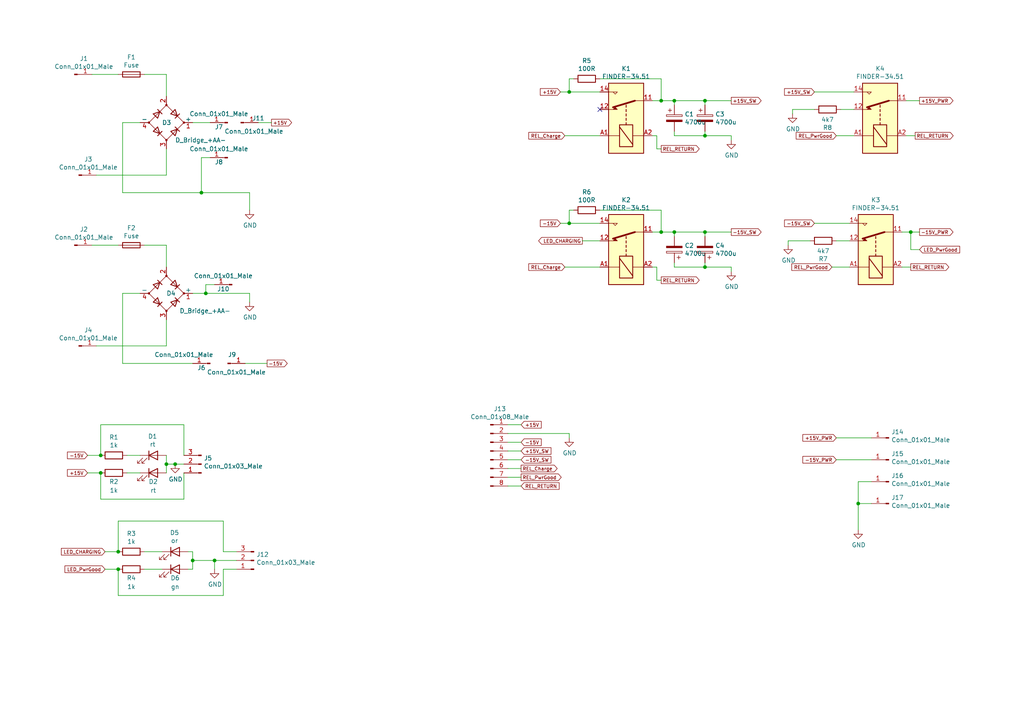
<source format=kicad_sch>
(kicad_sch (version 20211123) (generator eeschema)
  (paper "A4")
  (title_block (title "moPsy Rectifier and Capacitor Control "))
  (lib_symbols
    (symbol "Connector:Conn_01x01_Male" (pin_names (offset 1.016) hide)
      (property "Reference" "J" (at 0 2.54 0))
      (property "Value" "Conn_01x01_Male" (at 0 -2.54 0))
      (symbol "Conn_01x01_Male_1_1"
        (polyline (pts (xy 1.27 0) (xy 0.8636 0)) (stroke (width 0.1524)))
        (rectangle (start 0.8636 0.127) (end 0 -0.127) (stroke (width 0.1524)) (fill (type outline)))
        (pin passive line (at 5.08 0 180) (length 3.81) (name "Pin_1") (number "1"))
      )
    )
    (symbol "Connector:Conn_01x03_Male" (pin_names (offset 1.016) hide)
      (property "Reference" "J" (at 0 5.08 0))
      (property "Value" "Conn_01x03_Male" (at 0 -5.08 0))
      (symbol "Conn_01x03_Male_1_1"
        (polyline (pts (xy 1.27 -2.54) (xy 0.8636 -2.54)) (stroke (width 0.1524)))
        (polyline (pts (xy 1.27 0) (xy 0.8636 0)) (stroke (width 0.1524)))
        (polyline (pts (xy 1.27 2.54) (xy 0.8636 2.54)) (stroke (width 0.1524)))
        (rectangle (start 0.8636 -2.413) (end 0 -2.667) (stroke (width 0.1524)) (fill (type outline)))
        (rectangle (start 0.8636 0.127) (end 0 -0.127) (stroke (width 0.1524)) (fill (type outline)))
        (rectangle (start 0.8636 2.667) (end 0 2.413) (stroke (width 0.1524)) (fill (type outline)))
        (pin passive line (at 5.08 2.54 180) (length 3.81) (name "Pin_1") (number "1"))
        (pin passive line (at 5.08 0 180) (length 3.81) (name "Pin_2") (number "2"))
        (pin passive line (at 5.08 -2.54 180) (length 3.81) (name "Pin_3") (number "3"))
      )
    )
    (symbol "Connector:Conn_01x08_Male" (pin_names (offset 1.016) hide)
      (property "Reference" "J" (at 0 10.16 0))
      (property "Value" "Conn_01x08_Male" (at 0 -12.7 0))
      (symbol "Conn_01x08_Male_1_1"
        (polyline (pts (xy 1.27 -10.16) (xy 0.8636 -10.16)) (stroke (width 0.1524)))
        (polyline (pts (xy 1.27 -7.62) (xy 0.8636 -7.62)) (stroke (width 0.1524)))
        (polyline (pts (xy 1.27 -5.08) (xy 0.8636 -5.08)) (stroke (width 0.1524)))
        (polyline (pts (xy 1.27 -2.54) (xy 0.8636 -2.54)) (stroke (width 0.1524)))
        (polyline (pts (xy 1.27 0) (xy 0.8636 0)) (stroke (width 0.1524)))
        (polyline (pts (xy 1.27 2.54) (xy 0.8636 2.54)) (stroke (width 0.1524)))
        (polyline (pts (xy 1.27 5.08) (xy 0.8636 5.08)) (stroke (width 0.1524)))
        (polyline (pts (xy 1.27 7.62) (xy 0.8636 7.62)) (stroke (width 0.1524)))
        (rectangle (start 0.8636 -10.033) (end 0 -10.287) (stroke (width 0.1524)) (fill (type outline)))
        (rectangle (start 0.8636 -7.493) (end 0 -7.747) (stroke (width 0.1524)) (fill (type outline)))
        (rectangle (start 0.8636 -4.953) (end 0 -5.207) (stroke (width 0.1524)) (fill (type outline)))
        (rectangle (start 0.8636 -2.413) (end 0 -2.667) (stroke (width 0.1524)) (fill (type outline)))
        (rectangle (start 0.8636 0.127) (end 0 -0.127) (stroke (width 0.1524)) (fill (type outline)))
        (rectangle (start 0.8636 2.667) (end 0 2.413) (stroke (width 0.1524)) (fill (type outline)))
        (rectangle (start 0.8636 5.207) (end 0 4.953) (stroke (width 0.1524)) (fill (type outline)))
        (rectangle (start 0.8636 7.747) (end 0 7.493) (stroke (width 0.1524)) (fill (type outline)))
        (pin passive line (at 5.08 7.62 180) (length 3.81) (name "Pin_1") (number "1"))
        (pin passive line (at 5.08 5.08 180) (length 3.81) (name "Pin_2") (number "2"))
        (pin passive line (at 5.08 2.54 180) (length 3.81) (name "Pin_3") (number "3"))
        (pin passive line (at 5.08 0 180) (length 3.81) (name "Pin_4") (number "4"))
        (pin passive line (at 5.08 -2.54 180) (length 3.81) (name "Pin_5") (number "5"))
        (pin passive line (at 5.08 -5.08 180) (length 3.81) (name "Pin_6") (number "6"))
        (pin passive line (at 5.08 -7.62 180) (length 3.81) (name "Pin_7") (number "7"))
        (pin passive line (at 5.08 -10.16 180) (length 3.81) (name "Pin_8") (number "8"))
      )
    )
    (symbol "Device:CP" (pin_numbers hide) (pin_names (offset 0.254))
      (property "Reference" "C" (at 0.635 2.54 0))
      (property "Value" "Device_CP" (at 0.635 -2.54 0))
      (symbol "CP_0_1"
        (rectangle (start -2.286 0.508) (end 2.286 1.016))
        (polyline (pts (xy -1.778 2.286) (xy -0.762 2.286)))
        (polyline (pts (xy -1.27 2.794) (xy -1.27 1.778)))
        (rectangle (start 2.286 -0.508) (end -2.286 -1.016) (fill (type outline)))
      )
      (symbol "CP_1_1"
        (pin passive line (at 0 3.81 270) (length 2.794) (name "~") (number "1"))
        (pin passive line (at 0 -3.81 90) (length 2.794) (name "~") (number "2"))
      )
    )
    (symbol "Device:D_Bridge_+AA-" (pin_names (offset 0))
      (property "Reference" "D" (at 2.54 6.985 0))
      (property "Value" "D_Bridge_+AA-" (at 2.54 5.08 0))
      (symbol "D_Bridge_+AA-_0_1"
        (circle (center -5.08 0) (radius 0.254) (fill (type outline)))
        (circle (center 0 -5.08) (radius 0.254) (fill (type outline)))
        (polyline (pts (xy -2.54 3.81) (xy -1.27 2.54)) (stroke (width 0.254)))
        (polyline (pts (xy -1.27 -2.54) (xy -2.54 -3.81)) (stroke (width 0.254)))
        (polyline (pts (xy 2.54 -1.27) (xy 3.81 -2.54)) (stroke (width 0.254)))
        (polyline (pts (xy 2.54 1.27) (xy 3.81 2.54)) (stroke (width 0.254)))
        (polyline (pts (xy -3.81 2.54) (xy -2.54 1.27) (xy -1.905 3.175) (xy -3.81 2.54)) (stroke (width 0.254)))
        (polyline (pts (xy -2.54 -1.27) (xy -3.81 -2.54) (xy -1.905 -3.175) (xy -2.54 -1.27)) (stroke (width 0.254)))
        (polyline (pts (xy 1.27 2.54) (xy 2.54 3.81) (xy 3.175 1.905) (xy 1.27 2.54)) (stroke (width 0.254)))
        (polyline (pts (xy 3.175 -1.905) (xy 1.27 -2.54) (xy 2.54 -3.81) (xy 3.175 -1.905)) (stroke (width 0.254)))
        (polyline (pts (xy -5.08 0) (xy 0 -5.08) (xy 5.08 0) (xy 0 5.08) (xy -5.08 0)))
        (circle (center 0 5.08) (radius 0.254) (fill (type outline)))
        (circle (center 5.08 0) (radius 0.254) (fill (type outline)))
      )
      (symbol "D_Bridge_+AA-_1_1"
        (pin passive line (at 7.62 0 180) (length 2.54) (name "+") (number "1"))
        (pin passive line (at 0 7.62 270) (length 2.54) (name "~") (number "2"))
        (pin passive line (at 0 -7.62 90) (length 2.54) (name "~") (number "3"))
        (pin passive line (at -7.62 0 0) (length 2.54) (name "-") (number "4"))
      )
    )
    (symbol "Device:Fuse" (pin_numbers hide) (pin_names (offset 0))
      (property "Reference" "F" (at 2.032 0 90))
      (property "Value" "Fuse" (at -1.905 0 90))
      (symbol "Fuse_0_1"
        (rectangle (start -0.762 -2.54) (end 0.762 2.54) (stroke (width 0.254)))
        (polyline (pts (xy 0 2.54) (xy 0 -2.54)))
      )
      (symbol "Fuse_1_1"
        (pin passive line (at 0 3.81 270) (length 1.27) (name "~") (number "1"))
        (pin passive line (at 0 -3.81 90) (length 1.27) (name "~") (number "2"))
      )
    )
    (symbol "Device:LED" (pin_numbers hide) (pin_names (offset 1.016) hide)
      (property "Reference" "D" (at 0 2.54 0))
      (property "Value" "LED" (at 0 -2.54 0))
      (symbol "LED_0_1"
        (polyline (pts (xy -1.27 -1.27) (xy -1.27 1.27)) (stroke (width 0.254)))
        (polyline (pts (xy -1.27 0) (xy 1.27 0)))
        (polyline (pts (xy 1.27 -1.27) (xy 1.27 1.27) (xy -1.27 0) (xy 1.27 -1.27)) (stroke (width 0.254)))
        (polyline (pts (xy -3.048 -0.762) (xy -4.572 -2.286) (xy -3.81 -2.286) (xy -4.572 -2.286) (xy -4.572 -1.524)))
        (polyline (pts (xy -1.778 -0.762) (xy -3.302 -2.286) (xy -2.54 -2.286) (xy -3.302 -2.286) (xy -3.302 -1.524)))
      )
      (symbol "LED_1_1"
        (pin passive line (at -3.81 0 0) (length 2.54) (name "K") (number "1"))
        (pin passive line (at 3.81 0 180) (length 2.54) (name "A") (number "2"))
      )
    )
    (symbol "Device:R" (pin_numbers hide) (pin_names (offset 0))
      (property "Reference" "R" (at 2.032 0 90))
      (property "Value" "R" (at 0 0 90))
      (symbol "R_0_1"
        (rectangle (start -1.016 -2.54) (end 1.016 2.54) (stroke (width 0.254)))
      )
      (symbol "R_1_1"
        (pin passive line (at 0 3.81 270) (length 1.27) (name "~") (number "1"))
        (pin passive line (at 0 -3.81 90) (length 1.27) (name "~") (number "2"))
      )
    )
    (symbol "Relay:FINDER-34.51"
      (property "Reference" "K" (at 11.43 3.81 0))
      (property "Value" "FINDER-34.51" (at 11.43 1.27 0))
      (symbol "FINDER-34.51_0_0"
        (polyline (pts (xy 7.62 5.08) (xy 7.62 2.54) (xy 6.985 3.175) (xy 7.62 3.81)))
      )
      (symbol "FINDER-34.51_0_1"
        (rectangle (start -10.16 5.08) (end 10.16 -5.08) (stroke (width 0.254)) (fill (type background)))
        (rectangle (start -8.255 1.905) (end -1.905 -1.905) (stroke (width 0.254)))
        (polyline (pts (xy -7.62 -1.905) (xy -2.54 1.905)) (stroke (width 0.254)))
        (polyline (pts (xy -5.08 -5.08) (xy -5.08 -1.905)))
        (polyline (pts (xy -5.08 5.08) (xy -5.08 1.905)))
        (polyline (pts (xy -1.905 0) (xy -1.27 0)) (stroke (width 0.254)))
        (polyline (pts (xy -0.635 0) (xy 0 0)) (stroke (width 0.254)))
        (polyline (pts (xy 0.635 0) (xy 1.27 0)) (stroke (width 0.254)))
        (polyline (pts (xy 1.905 0) (xy 2.54 0)) (stroke (width 0.254)))
        (polyline (pts (xy 3.175 0) (xy 3.81 0)) (stroke (width 0.254)))
        (polyline (pts (xy 5.08 -2.54) (xy 3.175 3.81)) (stroke (width 0.508)))
        (polyline (pts (xy 5.08 -2.54) (xy 5.08 -5.08)))
        (polyline (pts (xy 2.54 5.08) (xy 2.54 2.54) (xy 3.175 3.175) (xy 2.54 3.81)) (fill (type outline)))
      )
      (symbol "FINDER-34.51_1_1"
        (pin passive line (at 5.08 -7.62 90) (length 2.54) (name "~") (number "11"))
        (pin passive line (at 2.54 7.62 270) (length 2.54) (name "~") (number "12"))
        (pin passive line (at 7.62 7.62 270) (length 2.54) (name "~") (number "14"))
        (pin passive line (at -5.08 7.62 270) (length 2.54) (name "~") (number "A1"))
        (pin passive line (at -5.08 -7.62 90) (length 2.54) (name "~") (number "A2"))
      )
    )
    (symbol "power:GND" (power) (pin_names (offset 0))
      (property "Value" "GND" (at 0 -3.81 0))
      (symbol "GND_0_1"
        (polyline (pts (xy 0 0) (xy 0 -1.27) (xy 1.27 -1.27) (xy 0 -2.54) (xy -1.27 -1.27) (xy 0 -1.27)))
      )
      (symbol "GND_1_1"
        (pin power_in line (at 0 0 270) (length 0) hide (name "GND") (number "1"))
      )
    )
  )
  (junction (at 48.26 134.62))
  (junction (at 248.92 146.05))
  (junction (at 204.47 67.31))
  (junction (at 55.88 162.56))
  (junction (at 195.58 29.21))
  (junction (at 58.42 55.88))
  (junction (at 204.47 39.37))
  (junction (at 204.47 77.47))
  (junction (at 264.16 67.31))
  (junction (at 165.1 26.67))
  (junction (at 62.23 162.56))
  (junction (at 34.29 160.02))
  (junction (at 29.21 137.16))
  (junction (at 29.21 132.08))
  (junction (at 50.8 134.62))
  (junction (at 165.1 64.77))
  (junction (at 59.69 85.09))
  (junction (at 204.47 29.21))
  (junction (at 195.58 67.31))
  (junction (at 191.77 67.31))
  (junction (at 191.77 29.21))
  (junction (at 34.29 165.1))
  (no_connect (at 173.99 31.75))
  (wire (pts (xy 151.13 138.43) (xy 147.32 138.43)))
  (wire (pts (xy 29.21 144.78) (xy 53.34 144.78)))
  (wire (pts (xy 25.4 137.16) (xy 29.21 137.16)))
  (wire (pts (xy 29.21 137.16) (xy 29.21 144.78)))
  (wire (pts (xy 191.77 67.31) (xy 195.58 67.31)))
  (wire (pts (xy 189.23 29.21) (xy 191.77 29.21)))
  (wire (pts (xy 53.34 123.19) (xy 29.21 123.19)))
  (wire (pts (xy 173.99 22.86) (xy 191.77 22.86)))
  (wire (pts (xy 68.58 165.1) (xy 64.77 165.1)))
  (wire (pts (xy 77.47 105.41) (xy 71.12 105.41)))
  (wire (pts (xy 48.26 134.62) (xy 48.26 137.16)))
  (wire (pts (xy 246.38 69.85) (xy 242.57 69.85)))
  (wire (pts (xy 35.56 85.09) (xy 35.56 105.41)))
  (wire (pts (xy 34.29 172.72) (xy 64.77 172.72)))
  (wire (pts (xy 195.58 30.48) (xy 195.58 29.21)))
  (wire (pts (xy 195.58 67.31) (xy 204.47 67.31)))
  (wire (pts (xy 195.58 76.2) (xy 195.58 77.47)))
  (wire (pts (xy 204.47 67.31) (xy 212.09 67.31)))
  (wire (pts (xy 242.57 133.35) (xy 252.73 133.35)))
  (wire (pts (xy 34.29 21.59) (xy 26.67 21.59)))
  (wire (pts (xy 204.47 29.21) (xy 204.47 30.48)))
  (wire (pts (xy 264.16 72.39) (xy 264.16 67.31)))
  (wire (pts (xy 53.34 144.78) (xy 53.34 137.16)))
  (wire (pts (xy 41.91 160.02) (xy 46.99 160.02)))
  (wire (pts (xy 190.5 43.18) (xy 191.77 43.18)))
  (wire (pts (xy 48.26 50.8) (xy 48.26 43.18)))
  (wire (pts (xy 190.5 77.47) (xy 190.5 81.28)))
  (wire (pts (xy 25.4 132.08) (xy 29.21 132.08)))
  (wire (pts (xy 162.56 64.77) (xy 165.1 64.77)))
  (wire (pts (xy 58.42 45.72) (xy 60.96 45.72)))
  (wire (pts (xy 204.47 76.2) (xy 204.47 77.47)))
  (wire (pts (xy 147.32 125.73) (xy 165.1 125.73)))
  (wire (pts (xy 34.29 160.02) (xy 34.29 151.13)))
  (wire (pts (xy 72.39 55.88) (xy 58.42 55.88)))
  (wire (pts (xy 248.92 146.05) (xy 252.73 146.05)))
  (wire (pts (xy 48.26 132.08) (xy 48.26 134.62)))
  (wire (pts (xy 261.62 67.31) (xy 264.16 67.31)))
  (wire (pts (xy 165.1 64.77) (xy 173.99 64.77)))
  (wire (pts (xy 151.13 133.35) (xy 147.32 133.35)))
  (wire (pts (xy 247.65 31.75) (xy 243.84 31.75)))
  (wire (pts (xy 58.42 55.88) (xy 58.42 45.72)))
  (wire (pts (xy 34.29 151.13) (xy 64.77 151.13)))
  (wire (pts (xy 53.34 132.08) (xy 53.34 123.19)))
  (wire (pts (xy 242.57 127) (xy 252.73 127)))
  (wire (pts (xy 191.77 22.86) (xy 191.77 29.21)))
  (wire (pts (xy 228.6 69.85) (xy 228.6 71.12)))
  (wire (pts (xy 55.88 85.09) (xy 59.69 85.09)))
  (wire (pts (xy 173.99 69.85) (xy 168.91 69.85)))
  (wire (pts (xy 72.39 55.88) (xy 72.39 60.96)))
  (wire (pts (xy 165.1 26.67) (xy 173.99 26.67)))
  (wire (pts (xy 264.16 77.47) (xy 261.62 77.47)))
  (wire (pts (xy 195.58 77.47) (xy 204.47 77.47)))
  (wire (pts (xy 265.43 39.37) (xy 262.89 39.37)))
  (wire (pts (xy 236.22 64.77) (xy 246.38 64.77)))
  (wire (pts (xy 189.23 67.31) (xy 191.77 67.31)))
  (wire (pts (xy 191.77 29.21) (xy 195.58 29.21)))
  (wire (pts (xy 30.48 160.02) (xy 34.29 160.02)))
  (wire (pts (xy 248.92 139.7) (xy 248.92 146.05)))
  (wire (pts (xy 241.3 77.47) (xy 246.38 77.47)))
  (wire (pts (xy 173.99 60.96) (xy 191.77 60.96)))
  (wire (pts (xy 234.95 69.85) (xy 228.6 69.85)))
  (wire (pts (xy 165.1 64.77) (xy 165.1 60.96)))
  (wire (pts (xy 40.64 35.56) (xy 35.56 35.56)))
  (wire (pts (xy 242.57 39.37) (xy 247.65 39.37)))
  (wire (pts (xy 195.58 68.58) (xy 195.58 67.31)))
  (wire (pts (xy 48.26 100.33) (xy 27.94 100.33)))
  (wire (pts (xy 165.1 26.67) (xy 165.1 22.86)))
  (wire (pts (xy 48.26 71.12) (xy 41.91 71.12)))
  (wire (pts (xy 48.26 21.59) (xy 48.26 27.94)))
  (wire (pts (xy 74.93 35.56) (xy 78.74 35.56)))
  (wire (pts (xy 248.92 146.05) (xy 248.92 153.67)))
  (wire (pts (xy 229.87 31.75) (xy 229.87 33.02)))
  (wire (pts (xy 189.23 39.37) (xy 190.5 39.37)))
  (wire (pts (xy 204.47 29.21) (xy 212.09 29.21)))
  (wire (pts (xy 147.32 130.81) (xy 151.13 130.81)))
  (wire (pts (xy 55.88 160.02) (xy 55.88 162.56)))
  (wire (pts (xy 163.83 77.47) (xy 173.99 77.47)))
  (wire (pts (xy 204.47 39.37) (xy 212.09 39.37)))
  (wire (pts (xy 191.77 60.96) (xy 191.77 67.31)))
  (wire (pts (xy 147.32 135.89) (xy 151.13 135.89)))
  (wire (pts (xy 72.39 85.09) (xy 72.39 87.63)))
  (wire (pts (xy 34.29 165.1) (xy 34.29 172.72)))
  (wire (pts (xy 68.58 162.56) (xy 62.23 162.56)))
  (wire (pts (xy 195.58 39.37) (xy 204.47 39.37)))
  (wire (pts (xy 195.58 29.21) (xy 204.47 29.21)))
  (wire (pts (xy 48.26 100.33) (xy 48.26 92.71)))
  (wire (pts (xy 190.5 39.37) (xy 190.5 43.18)))
  (wire (pts (xy 189.23 77.47) (xy 190.5 77.47)))
  (wire (pts (xy 48.26 71.12) (xy 48.26 77.47)))
  (wire (pts (xy 54.61 165.1) (xy 55.88 165.1)))
  (wire (pts (xy 29.21 132.08) (xy 29.21 123.19)))
  (wire (pts (xy 48.26 21.59) (xy 41.91 21.59)))
  (wire (pts (xy 264.16 67.31) (xy 266.7 67.31)))
  (wire (pts (xy 165.1 60.96) (xy 166.37 60.96)))
  (wire (pts (xy 248.92 139.7) (xy 252.73 139.7)))
  (wire (pts (xy 64.77 160.02) (xy 68.58 160.02)))
  (wire (pts (xy 50.8 134.62) (xy 48.26 134.62)))
  (wire (pts (xy 204.47 67.31) (xy 204.47 68.58)))
  (wire (pts (xy 64.77 151.13) (xy 64.77 160.02)))
  (wire (pts (xy 262.89 29.21) (xy 266.7 29.21)))
  (wire (pts (xy 147.32 123.19) (xy 151.13 123.19)))
  (wire (pts (xy 40.64 85.09) (xy 35.56 85.09)))
  (wire (pts (xy 190.5 81.28) (xy 191.77 81.28)))
  (wire (pts (xy 147.32 128.27) (xy 151.13 128.27)))
  (wire (pts (xy 36.83 132.08) (xy 40.64 132.08)))
  (wire (pts (xy 236.22 26.67) (xy 247.65 26.67)))
  (wire (pts (xy 195.58 38.1) (xy 195.58 39.37)))
  (wire (pts (xy 59.69 85.09) (xy 72.39 85.09)))
  (wire (pts (xy 204.47 77.47) (xy 212.09 77.47)))
  (wire (pts (xy 147.32 140.97) (xy 151.13 140.97)))
  (wire (pts (xy 59.69 82.55) (xy 62.23 82.55)))
  (wire (pts (xy 59.69 85.09) (xy 59.69 82.55)))
  (wire (pts (xy 54.61 160.02) (xy 55.88 160.02)))
  (wire (pts (xy 204.47 38.1) (xy 204.47 39.37)))
  (wire (pts (xy 162.56 26.67) (xy 165.1 26.67)))
  (wire (pts (xy 55.88 35.56) (xy 60.96 35.56)))
  (wire (pts (xy 53.34 134.62) (xy 50.8 134.62)))
  (wire (pts (xy 165.1 22.86) (xy 166.37 22.86)))
  (wire (pts (xy 64.77 165.1) (xy 64.77 172.72)))
  (wire (pts (xy 55.88 162.56) (xy 62.23 162.56)))
  (wire (pts (xy 212.09 39.37) (xy 212.09 40.64)))
  (wire (pts (xy 62.23 162.56) (xy 62.23 165.1)))
  (wire (pts (xy 30.48 165.1) (xy 34.29 165.1)))
  (wire (pts (xy 266.7 72.39) (xy 264.16 72.39)))
  (wire (pts (xy 48.26 50.8) (xy 27.94 50.8)))
  (wire (pts (xy 165.1 125.73) (xy 165.1 127)))
  (wire (pts (xy 163.83 39.37) (xy 173.99 39.37)))
  (wire (pts (xy 35.56 35.56) (xy 35.56 55.88)))
  (wire (pts (xy 212.09 77.47) (xy 212.09 78.74)))
  (wire (pts (xy 236.22 31.75) (xy 229.87 31.75)))
  (wire (pts (xy 55.88 105.41) (xy 35.56 105.41)))
  (wire (pts (xy 55.88 165.1) (xy 55.88 162.56)))
  (wire (pts (xy 36.83 137.16) (xy 40.64 137.16)))
  (wire (pts (xy 34.29 71.12) (xy 26.67 71.12)))
  (wire (pts (xy 58.42 55.88) (xy 35.56 55.88)))
  (wire (pts (xy 41.91 165.1) (xy 46.99 165.1)))
  (global_label "+15V_SW" (shape output) (at 212.09 29.21 0) (effects (font (size 0.9906 0.9906))) (property "Intersheet References" "${INTERSHEET_REFS}" (effects hide)))
  (global_label "LED_CHARGING" (shape output) (at 168.91 69.85 180) (effects (font (size 0.9906 0.9906))) (property "Intersheet References" "${INTERSHEET_REFS}" (effects hide)))
  (global_label "LED_PwrGood" (shape input) (at 266.7 72.39 0) (effects (font (size 0.9906 0.9906))) (property "Intersheet References" "${INTERSHEET_REFS}" (effects hide)))
  (global_label "-15V" (shape input) (at 162.56 64.77 180) (effects (font (size 0.9906 0.9906))) (property "Intersheet References" "${INTERSHEET_REFS}" (effects hide)))
  (global_label "REL_RETURN" (shape input) (at 151.13 140.97 0) (effects (font (size 0.9906 0.9906))) (property "Intersheet References" "${INTERSHEET_REFS}" (effects hide)))
  (global_label "+15V" (shape output) (at 78.74 35.56 0) (effects (font (size 0.9906 0.9906))) (property "Intersheet References" "${INTERSHEET_REFS}" (effects hide)))
  (global_label "REL_RETURN" (shape output) (at 264.16 77.47 0) (effects (font (size 0.9906 0.9906))) (property "Intersheet References" "${INTERSHEET_REFS}" (effects hide)))
  (global_label "REL_RETURN" (shape output) (at 265.43 39.37 0) (effects (font (size 0.9906 0.9906))) (property "Intersheet References" "${INTERSHEET_REFS}" (effects hide)))
  (global_label "-15V" (shape input) (at 151.13 128.27 0) (effects (font (size 0.9906 0.9906))) (property "Intersheet References" "${INTERSHEET_REFS}" (effects hide)))
  (global_label "REL_PwrGood" (shape output) (at 151.13 138.43 0) (effects (font (size 0.9906 0.9906))) (property "Intersheet References" "${INTERSHEET_REFS}" (effects hide)))
  (global_label "REL_PwrGood" (shape input) (at 241.3 77.47 180) (effects (font (size 0.9906 0.9906))) (property "Intersheet References" "${INTERSHEET_REFS}" (effects hide)))
  (global_label "REL_RETURN" (shape output) (at 191.77 43.18 0) (effects (font (size 0.9906 0.9906))) (property "Intersheet References" "${INTERSHEET_REFS}" (effects hide)))
  (global_label "REL_RETURN" (shape output) (at 191.77 81.28 0) (effects (font (size 0.9906 0.9906))) (property "Intersheet References" "${INTERSHEET_REFS}" (effects hide)))
  (global_label "+15V_PWR" (shape output) (at 266.7 29.21 0) (effects (font (size 0.9906 0.9906))) (property "Intersheet References" "${INTERSHEET_REFS}" (effects hide)))
  (global_label "-15V_SW" (shape input) (at 236.22 64.77 180) (effects (font (size 0.9906 0.9906))) (property "Intersheet References" "${INTERSHEET_REFS}" (effects hide)))
  (global_label "+15V" (shape input) (at 25.4 137.16 180) (effects (font (size 0.9906 0.9906))) (property "Intersheet References" "${INTERSHEET_REFS}" (effects hide)))
  (global_label "REL_Charge" (shape input) (at 163.83 39.37 180) (effects (font (size 0.9906 0.9906))) (property "Intersheet References" "${INTERSHEET_REFS}" (effects hide)))
  (global_label "-15V_SW" (shape input) (at 151.13 133.35 0) (effects (font (size 0.9906 0.9906))) (property "Intersheet References" "${INTERSHEET_REFS}" (effects hide)))
  (global_label "+15V_SW" (shape input) (at 236.22 26.67 180) (effects (font (size 0.9906 0.9906))) (property "Intersheet References" "${INTERSHEET_REFS}" (effects hide)))
  (global_label "REL_PwrGood" (shape input) (at 242.57 39.37 180) (effects (font (size 0.9906 0.9906))) (property "Intersheet References" "${INTERSHEET_REFS}" (effects hide)))
  (global_label "REL_Charge" (shape input) (at 163.83 77.47 180) (effects (font (size 0.9906 0.9906))) (property "Intersheet References" "${INTERSHEET_REFS}" (effects hide)))
  (global_label "LED_CHARGING" (shape input) (at 30.48 160.02 180) (effects (font (size 0.9906 0.9906))) (property "Intersheet References" "${INTERSHEET_REFS}" (effects hide)))
  (global_label "-15V" (shape output) (at 77.47 105.41 0) (effects (font (size 0.9906 0.9906))) (property "Intersheet References" "${INTERSHEET_REFS}" (effects hide)))
  (global_label "LED_PwrGood" (shape input) (at 30.48 165.1 180) (effects (font (size 0.9906 0.9906))) (property "Intersheet References" "${INTERSHEET_REFS}" (effects hide)))
  (global_label "-15V" (shape input) (at 25.4 132.08 180) (effects (font (size 0.9906 0.9906))) (property "Intersheet References" "${INTERSHEET_REFS}" (effects hide)))
  (global_label "+15V_PWR" (shape input) (at 242.57 127 180) (effects (font (size 0.9906 0.9906))) (property "Intersheet References" "${INTERSHEET_REFS}" (effects hide)))
  (global_label "-15V_PWR" (shape input) (at 242.57 133.35 180) (effects (font (size 0.9906 0.9906))) (property "Intersheet References" "${INTERSHEET_REFS}" (effects hide)))
  (global_label "+15V" (shape input) (at 162.56 26.67 180) (effects (font (size 0.9906 0.9906))) (property "Intersheet References" "${INTERSHEET_REFS}" (effects hide)))
  (global_label "-15V_PWR" (shape output) (at 266.7 67.31 0) (effects (font (size 0.9906 0.9906))) (property "Intersheet References" "${INTERSHEET_REFS}" (effects hide)))
  (global_label "REL_Charge" (shape output) (at 151.13 135.89 0) (effects (font (size 0.9906 0.9906))) (property "Intersheet References" "${INTERSHEET_REFS}" (effects hide)))
  (global_label "+15V" (shape input) (at 151.13 123.19 0) (effects (font (size 0.9906 0.9906))) (property "Intersheet References" "${INTERSHEET_REFS}" (effects hide)))
  (global_label "+15V_SW" (shape input) (at 151.13 130.81 0) (effects (font (size 0.9906 0.9906))) (property "Intersheet References" "${INTERSHEET_REFS}" (effects hide)))
  (global_label "-15V_SW" (shape output) (at 212.09 67.31 0) (effects (font (size 0.9906 0.9906))) (property "Intersheet References" "${INTERSHEET_REFS}" (effects hide)))
  (symbol (lib_id "Device:D_Bridge_+AA-") (at 48.26 35.56 0) (unit 1)
    (property "Reference" "D3" (at 46.99 35.56 0) (effects (justify left)))
    (property "Value" "D_Bridge_+AA-" (at 50.8 40.64 0) (effects (justify left)))
    (property "Footprint" "Diode_THT:Diode_Bridge_32.0x5.6x17.0mm_P10.0mm_P7.5mm" (effects hide))
  )
  (symbol (lib_id "Connector:Conn_01x01_Male") (at 21.59 21.59 0) (unit 1)
    (property "Reference" "J1" (at 24.3332 16.9926 0))
    (property "Value" "Conn_01x01_Male" (at 24.3332 19.304 0))
    (property "Footprint" "moPsy:Connector FS-P475" (effects hide))
  )
  (symbol (lib_id "Connector:Conn_01x01_Male") (at 22.86 50.8 0) (unit 1)
    (property "Reference" "J3" (at 25.6032 46.2026 0))
    (property "Value" "Conn_01x01_Male" (at 25.6032 48.514 0))
    (property "Footprint" "moPsy:Connector FS-P475" (effects hide))
  )
  (symbol (lib_id "Connector:Conn_01x01_Male") (at 257.81 127 180) (unit 1)
    (property "Reference" "J14" (at 258.5212 125.2728 0) (effects (justify right)))
    (property "Value" "Conn_01x01_Male" (at 258.5212 127.5842 0) (effects (justify right)))
    (property "Footprint" "moPsy:Connector FS-P475" (effects hide))
  )
  (symbol (lib_id "Connector:Conn_01x01_Male") (at 257.81 133.35 180) (unit 1)
    (property "Reference" "J15" (at 258.5212 131.6228 0) (effects (justify right)))
    (property "Value" "Conn_01x01_Male" (at 258.5212 133.9342 0) (effects (justify right)))
    (property "Footprint" "moPsy:Connector FS-P475" (effects hide))
  )
  (symbol (lib_id "power:GND") (at 72.39 60.96 0) (unit 1)
    (property "Reference" "#PWR0108" (effects hide))
    (property "Value" "GND" (at 72.517 65.3542 0))
  )
  (symbol (lib_id "Device:Fuse") (at 38.1 21.59 270) (unit 1)
    (property "Reference" "F1" (at 38.1 16.5862 90))
    (property "Value" "Fuse" (at 38.1 18.8976 90))
    (property "Footprint" "Fuse:Fuseholder_Cylinder-5x20mm_Stelvio-Kontek_PTF78_Horizontal_Open" (effects hide))
    (property "REICHELT" "PL 112000" (effects hide))
  )
  (symbol (lib_id "Device:D_Bridge_+AA-") (at 48.26 85.09 0) (unit 1)
    (property "Reference" "D4" (at 48.26 85.09 0) (effects (justify left)))
    (property "Value" "D_Bridge_+AA-" (at 52.07 90.17 0) (effects (justify left)))
    (property "Footprint" "Diode_THT:Diode_Bridge_32.0x5.6x17.0mm_P10.0mm_P7.5mm" (effects hide))
  )
  (symbol (lib_id "Connector:Conn_01x01_Male") (at 21.59 71.12 0) (unit 1)
    (property "Reference" "J2" (at 24.3332 66.5226 0))
    (property "Value" "Conn_01x01_Male" (at 24.3332 68.834 0))
    (property "Footprint" "moPsy:Connector FS-P475" (effects hide))
  )
  (symbol (lib_id "Connector:Conn_01x01_Male") (at 22.86 100.33 0) (unit 1)
    (property "Reference" "J4" (at 25.6032 95.7326 0))
    (property "Value" "Conn_01x01_Male" (at 25.6032 98.044 0))
    (property "Footprint" "moPsy:Connector FS-P475" (effects hide))
  )
  (symbol (lib_id "Device:Fuse") (at 38.1 71.12 270) (unit 1)
    (property "Reference" "F2" (at 38.1 66.1162 90))
    (property "Value" "Fuse" (at 38.1 68.4276 90))
    (property "Footprint" "Fuse:Fuseholder_Cylinder-5x20mm_Stelvio-Kontek_PTF78_Horizontal_Open" (effects hide))
    (property "REICHELT" "PL 112000" (effects hide))
  )
  (symbol (lib_id "power:GND") (at 72.39 87.63 0) (unit 1)
    (property "Reference" "#PWR0109" (effects hide))
    (property "Value" "GND" (at 72.517 92.0242 0))
  )
  (symbol (lib_id "Connector:Conn_01x01_Male") (at 257.81 139.7 180) (unit 1)
    (property "Reference" "J16" (at 258.5212 137.9728 0) (effects (justify right)))
    (property "Value" "Conn_01x01_Male" (at 258.5212 140.2842 0) (effects (justify right)))
    (property "Footprint" "moPsy:Connector FS-P475" (effects hide))
  )
  (symbol (lib_id "Connector:Conn_01x01_Male") (at 257.81 146.05 180) (unit 1)
    (property "Reference" "J17" (at 258.5212 144.3228 0) (effects (justify right)))
    (property "Value" "Conn_01x01_Male" (at 258.5212 146.6342 0) (effects (justify right)))
    (property "Footprint" "moPsy:Connector FS-P475" (effects hide))
  )
  (symbol (lib_id "power:GND") (at 248.92 153.67 0) (unit 1)
    (property "Reference" "#PWR0104" (effects hide))
    (property "Value" "GND" (at 249.047 158.0642 0))
  )
  (symbol (lib_id "Device:R") (at 38.1 160.02 270) (unit 1)
    (property "Reference" "R3" (at 38.1 154.7622 90))
    (property "Value" "1k" (at 38.1 157.0736 90))
    (property "Footprint" "Resistor_THT:R_Axial_DIN0309_L9.0mm_D3.2mm_P12.70mm_Horizontal" (effects hide))
    (property "REICHELT" "ARC ACS5S R80 K" (effects hide))
  )
  (symbol (lib_id "power:GND") (at 62.23 165.1 0) (unit 1)
    (property "Reference" "#PWR0110" (effects hide))
    (property "Value" "GND" (at 62.357 169.4942 0))
  )
  (symbol (lib_id "Relay:FINDER-34.51") (at 254 72.39 90) (unit 1)
    (property "Reference" "K3" (at 254 57.9882 90))
    (property "Value" "FINDER-34.51" (at 254 60.2996 90))
    (property "Footprint" "moPsy:HF41FC" (effects hide))
    (property "Datasheet" "https://gfinder.findernet.com/public/attachments/34/EN/S34USAEN.pdf" (effects hide))
  )
  (symbol (lib_id "Relay:FINDER-34.51") (at 181.61 34.29 90) (unit 1)
    (property "Reference" "K1" (at 181.61 19.8882 90))
    (property "Value" "FINDER-34.51" (at 181.61 22.1996 90))
    (property "Footprint" "moPsy:HF41FC" (effects hide))
    (property "Datasheet" "https://gfinder.findernet.com/public/attachments/34/EN/S34USAEN.pdf" (effects hide))
  )
  (symbol (lib_id "Device:CP") (at 195.58 34.29 0) (unit 1)
    (property "Reference" "C1" (at 198.5772 33.1216 0) (effects (justify left)))
    (property "Value" "4700u" (at 198.5772 35.433 0) (effects (justify left)))
    (property "Footprint" "Capacitor_THT:CP_Radial_D22.0mm_P10.00mm_SnapIn" (effects hide))
  )
  (symbol (lib_id "Device:CP") (at 204.47 34.29 0) (unit 1)
    (property "Reference" "C3" (at 207.4672 33.1216 0) (effects (justify left)))
    (property "Value" "4700u" (at 207.4672 35.433 0) (effects (justify left)))
    (property "Footprint" "Capacitor_THT:CP_Radial_D22.0mm_P10.00mm_SnapIn" (effects hide))
  )
  (symbol (lib_id "power:GND") (at 212.09 40.64 0) (unit 1)
    (property "Reference" "#PWR0103" (effects hide))
    (property "Value" "GND" (at 212.217 45.0342 0))
  )
  (symbol (lib_id "Device:R") (at 170.18 22.86 270) (unit 1)
    (property "Reference" "R5" (at 170.18 17.6022 90))
    (property "Value" "100R" (at 170.18 19.9136 90))
    (property "Footprint" "Resistor_THT:R_Axial_DIN0614_L14.3mm_D5.7mm_P5.08mm_Vertical" (effects hide))
    (property "REICHELT" "VIT CR254R100" (effects hide))
  )
  (symbol (lib_id "Relay:FINDER-34.51") (at 181.61 72.39 90) (unit 1)
    (property "Reference" "K2" (at 181.61 57.9882 90))
    (property "Value" "FINDER-34.51" (at 181.61 60.2996 90))
    (property "Footprint" "moPsy:HF41FC" (effects hide))
    (property "Datasheet" "https://gfinder.findernet.com/public/attachments/34/EN/S34USAEN.pdf" (effects hide))
  )
  (symbol (lib_id "Device:CP") (at 195.58 72.39 180) (unit 1)
    (property "Reference" "C2" (at 198.5772 71.2216 0) (effects (justify right)))
    (property "Value" "4700u" (at 198.5772 73.533 0) (effects (justify right)))
    (property "Footprint" "Capacitor_THT:CP_Radial_D22.0mm_P10.00mm_SnapIn" (effects hide))
  )
  (symbol (lib_id "Device:CP") (at 204.47 72.39 180) (unit 1)
    (property "Reference" "C4" (at 207.4672 71.2216 0) (effects (justify right)))
    (property "Value" "4700u" (at 207.4672 73.533 0) (effects (justify right)))
    (property "Footprint" "Capacitor_THT:CP_Radial_D22.0mm_P10.00mm_SnapIn" (effects hide))
  )
  (symbol (lib_id "power:GND") (at 212.09 78.74 0) (unit 1)
    (property "Reference" "#PWR0101" (effects hide))
    (property "Value" "GND" (at 212.217 83.1342 0))
  )
  (symbol (lib_id "Device:R") (at 170.18 60.96 270) (unit 1)
    (property "Reference" "R6" (at 170.18 55.7022 90))
    (property "Value" "100R" (at 170.18 58.0136 90))
    (property "Footprint" "Resistor_THT:R_Axial_DIN0614_L14.3mm_D5.7mm_P5.08mm_Vertical" (effects hide))
    (property "REICHELT" "VIT CR254R100" (effects hide))
  )
  (symbol (lib_id "Relay:FINDER-34.51") (at 255.27 34.29 90) (unit 1)
    (property "Reference" "K4" (at 255.27 19.8882 90))
    (property "Value" "FINDER-34.51" (at 255.27 22.1996 90))
    (property "Footprint" "moPsy:HF41FC" (effects hide))
    (property "Datasheet" "https://gfinder.findernet.com/public/attachments/34/EN/S34USAEN.pdf" (effects hide))
  )
  (symbol (lib_id "Device:R") (at 240.03 31.75 90) (unit 1)
    (property "Reference" "R8" (at 240.03 37.0078 90))
    (property "Value" "4k7" (at 240.03 34.6964 90))
    (property "Footprint" "Resistor_THT:R_Axial_DIN0309_L9.0mm_D3.2mm_P12.70mm_Horizontal" (effects hide))
    (property "REICHELT" "ARC ACS5S R80 K" (effects hide))
  )
  (symbol (lib_id "power:GND") (at 229.87 33.02 0) (unit 1)
    (property "Reference" "#PWR0105" (effects hide))
    (property "Value" "GND" (at 229.997 37.4142 0))
  )
  (symbol (lib_id "Connector:Conn_01x08_Male") (at 142.24 130.81 0) (unit 1)
    (property "Reference" "J13" (at 144.9832 118.5926 0))
    (property "Value" "Conn_01x08_Male" (at 144.9832 120.904 0))
    (property "Footprint" "Connector_PinSocket_2.54mm:PinSocket_1x08_P2.54mm_Vertical" (effects hide))
  )
  (symbol (lib_id "power:GND") (at 165.1 127 0) (unit 1)
    (property "Reference" "#PWR0102" (effects hide))
    (property "Value" "GND" (at 165.227 131.3942 0))
  )
  (symbol (lib_id "Device:R") (at 38.1 165.1 270) (unit 1)
    (property "Reference" "R4" (at 38.1 167.64 90))
    (property "Value" "1k" (at 38.1 170.18 90))
    (property "Footprint" "Resistor_THT:R_Axial_DIN0309_L9.0mm_D3.2mm_P12.70mm_Horizontal" (effects hide))
    (property "REICHELT" "ARC ACS5S R80 K" (effects hide))
  )
  (symbol (lib_id "Device:R") (at 238.76 69.85 90) (unit 1)
    (property "Reference" "R7" (at 238.76 75.1078 90))
    (property "Value" "4k7" (at 238.76 72.7964 90))
    (property "Footprint" "Resistor_THT:R_Axial_DIN0309_L9.0mm_D3.2mm_P12.70mm_Horizontal" (effects hide))
    (property "REICHELT" "ARC ACS5S R80 K" (effects hide))
  )
  (symbol (lib_id "power:GND") (at 228.6 71.12 0) (unit 1)
    (property "Reference" "#PWR0106" (effects hide))
    (property "Value" "GND" (at 228.727 75.5142 0))
  )
  (symbol (lib_id "Device:R") (at 33.02 137.16 270) (unit 1)
    (property "Reference" "R2" (at 33.02 139.7 90))
    (property "Value" "1k" (at 33.02 142.24 90))
    (property "Footprint" "Resistor_THT:R_Axial_DIN0309_L9.0mm_D3.2mm_P12.70mm_Horizontal" (effects hide))
    (property "REICHELT" "ARC ACS5S R80 K" (effects hide))
  )
  (symbol (lib_id "Device:LED") (at 44.45 137.16 0) (unit 1)
    (property "Reference" "D2" (at 44.45 139.7 0))
    (property "Value" "rt" (at 44.45 142.24 0))
    (property "Footprint" "LED_THT:LED_D5.0mm" (effects hide))
  )
  (symbol (lib_id "Connector:Conn_01x03_Male") (at 73.66 162.56 180) (unit 1)
    (property "Reference" "J12" (at 74.3712 160.8328 0) (effects (justify right)))
    (property "Value" "Conn_01x03_Male" (at 74.3712 163.1442 0) (effects (justify right)))
    (property "Footprint" "Connector_PinHeader_2.54mm:PinHeader_1x03_P2.54mm_Vertical" (effects hide))
  )
  (symbol (lib_id "Connector:Conn_01x01_Male") (at 66.04 35.56 180) (unit 1)
    (property "Reference" "J7" (at 63.5 36.83 0))
    (property "Value" "Conn_01x01_Male" (at 63.5 33.02 0))
    (property "Footprint" "moPsy:Connector FS-P475" (effects hide))
  )
  (symbol (lib_id "Connector:Conn_01x01_Male") (at 69.85 35.56 0) (unit 1)
    (property "Reference" "J11" (at 74.93 34.29 0))
    (property "Value" "Conn_01x01_Male" (at 73.66 38.1 0))
    (property "Footprint" "moPsy:Connector FS-P475" (effects hide))
  )
  (symbol (lib_id "Connector:Conn_01x01_Male") (at 66.04 45.72 180) (unit 1)
    (property "Reference" "J8" (at 63.5 46.99 0))
    (property "Value" "Conn_01x01_Male" (at 63.5 43.18 0))
    (property "Footprint" "moPsy:Connector FS-P475" (effects hide))
  )
  (symbol (lib_id "Connector:Conn_01x01_Male") (at 67.31 82.55 180) (unit 1)
    (property "Reference" "J10" (at 64.77 83.82 0))
    (property "Value" "Conn_01x01_Male" (at 64.77 80.01 0))
    (property "Footprint" "moPsy:Connector FS-P475" (effects hide))
  )
  (symbol (lib_id "Connector:Conn_01x01_Male") (at 60.96 105.41 180) (unit 1)
    (property "Reference" "J6" (at 58.42 106.68 0))
    (property "Value" "Conn_01x01_Male" (at 53.34 102.87 0))
    (property "Footprint" "moPsy:Connector FS-P475" (effects hide))
  )
  (symbol (lib_id "Connector:Conn_01x01_Male") (at 66.04 105.41 0) (unit 1)
    (property "Reference" "J9" (at 67.31 102.87 0))
    (property "Value" "Conn_01x01_Male" (at 68.58 107.95 0))
    (property "Footprint" "moPsy:Connector FS-P475" (effects hide))
  )
  (symbol (lib_id "Device:R") (at 33.02 132.08 270) (unit 1)
    (property "Reference" "R1" (at 33.02 126.8222 90))
    (property "Value" "1k" (at 33.02 129.1336 90))
    (property "Footprint" "Resistor_THT:R_Axial_DIN0309_L9.0mm_D3.2mm_P12.70mm_Horizontal" (effects hide))
    (property "REICHELT" "ARC ACS5S R80 K" (effects hide))
  )
  (symbol (lib_id "Device:LED") (at 44.45 132.08 0) (unit 1)
    (property "Reference" "D1" (at 44.2722 126.5682 0))
    (property "Value" "rt" (at 44.2722 128.8796 0))
    (property "Footprint" "LED_THT:LED_D5.0mm" (effects hide))
  )
  (symbol (lib_id "power:GND") (at 50.8 134.62 0) (unit 1)
    (property "Reference" "#PWR0107" (effects hide))
    (property "Value" "GND" (at 50.927 139.0142 0))
  )
  (symbol (lib_id "Device:LED") (at 50.8 160.02 0) (unit 1)
    (property "Reference" "D5" (at 50.6222 154.5082 0))
    (property "Value" "or" (at 50.6222 156.8196 0))
    (property "Footprint" "LED_THT:LED_D5.0mm" (effects hide))
  )
  (symbol (lib_id "Device:LED") (at 50.8 165.1 0) (unit 1)
    (property "Reference" "D6" (at 50.8 167.64 0))
    (property "Value" "gn" (at 50.8 170.18 0))
    (property "Footprint" "LED_THT:LED_D5.0mm" (effects hide))
  )
  (symbol (lib_id "Connector:Conn_01x03_Male") (at 58.42 134.62 180) (unit 1)
    (property "Reference" "J5" (at 59.1312 132.8928 0) (effects (justify right)))
    (property "Value" "Conn_01x03_Male" (at 59.1312 135.2042 0) (effects (justify right)))
    (property "Footprint" "Connector_PinHeader_2.54mm:PinHeader_1x03_P2.54mm_Vertical" (effects hide))
  )
)
</source>
